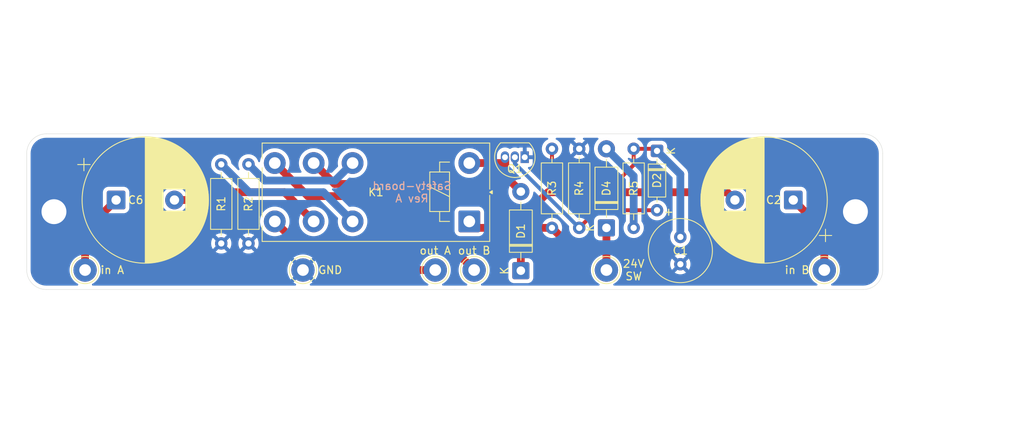
<source format=kicad_pcb>
(kicad_pcb (version 20241229) (generator "pcbnew") (generator_version "9.0")
  (layers (0 "F.Cu" signal) (2 "B.Cu" signal) (13 "F.Paste" user) (15 "B.Paste" user) (5 "F.SilkS" user "F.Silkscreen") (7 "B.SilkS" user "B.Silkscreen") (1 "F.Mask" user) (3 "B.Mask" user) (25 "Edge.Cuts" user))
  (net 0 "")
  (net 1 "GND")
  (net 2 "Net-(D2-K)")
  (net 3 "Net-(C2-Pad2)")
  (net 4 "Net-(J4-Pin_1)")
  (net 5 "Net-(J2-Pin_1)")
  (net 6 "Net-(C6-Pad2)")
  (net 7 "Net-(D1-A)")
  (net 8 "Net-(D1-K)")
  (net 9 "Net-(D4-A)")
  (net 10 "Net-(J8-Pin_1)")
  (net 11 "Net-(J9-Pin_1)")
  (net 12 "Net-(K1-Pad22)")
  (net 13 "Net-(K1-Pad12)")
  (net 14 "Net-(D2-A)")
  (footprint "MountingHole:MountingHole_3.2mm_M3_DIN965_Pad_TopBottom" (layer "F.Cu") (at 201.5 102.5)
    (property "Reference" "H1" (hide yes))
    (property "Value" "MountingHole_Pad")
    (pad "1" thru_hole circle (at 0 0) (size 3.6 3.6) (drill 3.2) (layers "*.Cu" "*.Mask") (net 1 "GND"))
    (pad "1" connect circle (at 0 0) (size 5.6 5.6) (layers "F.Cu" "F.Mask") (net 1 "GND"))
    (pad "1" connect circle (at 0 0) (size 5.6 5.6) (layers "B.Cu" "B.Mask") (net 1 "GND"))
  )
  (footprint "Package_TO_SOT_THT:TO-92_Inline" (layer "F.Cu") (at 159 95.5 180)
    (property "Reference" "Q1" (at 1.27 -1.5 0) (layer "F.SilkS"))
    (property "Value" "2N7000")
    (pad "1" thru_hole rect (at 0 0 180) (size 1.05 1.5) (drill 0.75) (layers "*.Cu" "*.Mask") (net 1 "GND"))
    (pad "2" thru_hole oval (at 1.27 0 180) (size 1.05 1.5) (drill 0.75) (layers "*.Cu" "*.Mask") (net 14 "Net-(D2-A)"))
    (pad "3" thru_hole oval (at 2.54 0 180) (size 1.05 1.5) (drill 0.75) (layers "*.Cu" "*.Mask") (net 7 "Net-(D1-A)"))
  )
  (footprint "TestPoint:TestPoint_THTPad_D3.0mm_Drill1.5mm" (layer "F.Cu") (at 130.5 110)
    (property "Reference" "J6" (hide yes))
    (property "Value" "GND")
    (pad "1" thru_hole circle (at 0 0) (size 3 3) (drill 1.5) (layers "*.Cu" "*.Mask") (net 1 "GND"))
  )
  (footprint "Capacitor_THT:C_Radial_D8.0mm_H11.5mm_P3.50mm" (layer "F.Cu") (at 179 105.75 -90)
    (property "Reference" "C1" (at 1.75 0 180) (layer "F.SilkS"))
    (property "Value" "33u")
    (pad "1" thru_hole circle (at 0 0 270) (size 1.6 1.6) (drill 0.8) (layers "*.Cu" "*.Mask") (net 2 "Net-(D2-K)"))
    (pad "2" thru_hole circle (at 3.5 0 270) (size 1.6 1.6) (drill 0.8) (layers "*.Cu" "*.Mask") (net 1 "GND"))
  )
  (footprint "Diode_THT:D_DO-41_SOD81_P10.16mm_Horizontal" (layer "F.Cu") (at 158.5 110.08 90)
    (property "Reference" "D1" (at 5.08 0 90) (layer "F.SilkS"))
    (property "Value" "1N4001")
    (fp_text user "K" (at 0 -2.1 90) (layer "F.SilkS"))
    (pad "1" thru_hole roundrect (at 0 0 90) (size 2.2 2.2) (drill 1.1) (layers "*.Cu" "*.Mask") (roundrect_rratio 0.113636) (net 8 "Net-(D1-K)"))
    (pad "2" thru_hole circle (at 10.16 0 90) (size 2.2 2.2) (drill 1.1) (layers "*.Cu" "*.Mask") (net 7 "Net-(D1-A)"))
  )
  (footprint "TestPoint:TestPoint_THTPad_D3.0mm_Drill1.5mm" (layer "F.Cu") (at 169.5 110)
    (property "Reference" "J1" (hide yes))
    (property "Value" "24V_switched")
    (pad "1" thru_hole circle (at 0 0) (size 3 3) (drill 1.5) (layers "*.Cu" "*.Mask") (net 8 "Net-(D1-K)"))
  )
  (footprint "Resistor_THT:R_Axial_DIN0207_L6.3mm_D2.5mm_P10.16mm_Horizontal" (layer "F.Cu") (at 123.5 96.42 -90)
    (property "Reference" "R2" (at 5.08 0 90) (layer "F.SilkS"))
    (property "Value" "33")
    (pad "1" thru_hole circle (at 0 0 270) (size 1.6 1.6) (drill 0.8) (layers "*.Cu" "*.Mask") (net 12 "Net-(K1-Pad22)"))
    (pad "2" thru_hole circle (at 10.16 0 270) (size 1.6 1.6) (drill 0.8) (layers "*.Cu" "*.Mask") (net 1 "GND"))
  )
  (footprint "MountingHole:MountingHole_3.2mm_M3_DIN965_Pad_TopBottom" (layer "F.Cu") (at 98.5 102.5)
    (property "Reference" "H2" (hide yes))
    (property "Value" "MountingHole_Pad")
    (pad "1" thru_hole circle (at 0 0) (size 3.6 3.6) (drill 3.2) (layers "*.Cu" "*.Mask") (net 1 "GND"))
    (pad "1" connect circle (at 0 0) (size 5.6 5.6) (layers "F.Cu" "F.Mask") (net 1 "GND"))
    (pad "1" connect circle (at 0 0) (size 5.6 5.6) (layers "B.Cu" "B.Mask") (net 1 "GND"))
  )
  (footprint "Resistor_THT:R_Axial_DIN0207_L6.3mm_D2.5mm_P10.16mm_Horizontal" (layer "F.Cu") (at 120 96.42 -90)
    (property "Reference" "R1" (at 5.08 0 90) (layer "F.SilkS"))
    (property "Value" "33")
    (pad "1" thru_hole circle (at 0 0 270) (size 1.6 1.6) (drill 0.8) (layers "*.Cu" "*.Mask") (net 13 "Net-(K1-Pad12)"))
    (pad "2" thru_hole circle (at 10.16 0 270) (size 1.6 1.6) (drill 0.8) (layers "*.Cu" "*.Mask") (net 1 "GND"))
  )
  (footprint "TestPoint:TestPoint_THTPad_D3.0mm_Drill1.5mm" (layer "F.Cu") (at 102.5 110)
    (property "Reference" "J2" (hide yes))
    (property "Value" "amp_A")
    (pad "1" thru_hole circle (at 0 0) (size 3 3) (drill 1.5) (layers "*.Cu" "*.Mask") (net 5 "Net-(J2-Pin_1)"))
  )
  (footprint "TestPoint:TestPoint_THTPad_D3.0mm_Drill1.5mm" (layer "F.Cu") (at 197.5 110)
    (property "Reference" "J4" (hide yes))
    (property "Value" "amp_B")
    (pad "1" thru_hole circle (at 0 0) (size 3 3) (drill 1.5) (layers "*.Cu" "*.Mask") (net 4 "Net-(J4-Pin_1)"))
  )
  (footprint "Resistor_THT:R_Axial_DIN0207_L6.3mm_D2.5mm_P10.16mm_Horizontal" (layer "F.Cu") (at 162.5 104.58 90)
    (property "Reference" "R3" (at 5.08 0 90) (layer "F.SilkS"))
    (property "Value" "100k")
    (pad "1" thru_hole circle (at 0 0 90) (size 1.6 1.6) (drill 0.8) (layers "*.Cu" "*.Mask") (net 8 "Net-(D1-K)"))
    (pad "2" thru_hole circle (at 10.16 0 90) (size 1.6 1.6) (drill 0.8) (layers "*.Cu" "*.Mask") (net 2 "Net-(D2-K)"))
  )
  (footprint "Diode_THT:D_DO-41_SOD81_P10.16mm_Horizontal" (layer "F.Cu") (at 169.5 104.58 90)
    (property "Reference" "D4" (at 5.08 0 90) (layer "F.SilkS"))
    (property "Value" "1N4001")
    (fp_text user "K" (at 0 -2.1 90) (layer "F.SilkS"))
    (pad "1" thru_hole roundrect (at 0 0 90) (size 2.2 2.2) (drill 1.1) (layers "*.Cu" "*.Mask") (roundrect_rratio 0.113636) (net 8 "Net-(D1-K)"))
    (pad "2" thru_hole circle (at 10.16 0 90) (size 2.2 2.2) (drill 1.1) (layers "*.Cu" "*.Mask") (net 9 "Net-(D4-A)"))
  )
  (footprint "Resistor_THT:R_Axial_DIN0207_L6.3mm_D2.5mm_P10.16mm_Horizontal" (layer "F.Cu") (at 166 94.42 -90)
    (property "Reference" "R4" (at 5.08 0 90) (layer "F.SilkS"))
    (property "Value" "1Meg")
    (pad "1" thru_hole circle (at 0 0 270) (size 1.6 1.6) (drill 0.8) (layers "*.Cu" "*.Mask") (net 1 "GND"))
    (pad "2" thru_hole circle (at 10.16 0 270) (size 1.6 1.6) (drill 0.8) (layers "*.Cu" "*.Mask") (net 14 "Net-(D2-A)"))
  )
  (footprint "Capacitor_THT:CP_Radial_D16.0mm_P7.50mm" (layer "F.Cu") (at 193.512755 101 180)
    (property "Reference" "C2" (at 2.512755 0 0) (layer "F.SilkS"))
    (property "Value" "3300u")
    (pad "1" thru_hole roundrect (at 0 0 180) (size 2.4 2.4) (drill 1.2) (layers "*.Cu" "*.Mask") (roundrect_rratio 0.104167) (net 4 "Net-(J4-Pin_1)"))
    (pad "2" thru_hole circle (at 7.5 0 180) (size 2.4 2.4) (drill 1.2) (layers "*.Cu" "*.Mask") (net 3 "Net-(C2-Pad2)"))
  )
  (footprint "Diode_THT:D_DO-35_SOD27_P7.62mm_Horizontal" (layer "F.Cu") (at 176 94.69 -90)
    (property "Reference" "D2" (at 3.81 0 90) (layer "F.SilkS"))
    (property "Value" "15V")
    (fp_text user "K" (at 0 -1.8 90) (layer "F.SilkS"))
    (pad "1" thru_hole roundrect (at 0 0 270) (size 1.6 1.6) (drill 0.8) (layers "*.Cu" "*.Mask") (roundrect_rratio 0.15625) (net 2 "Net-(D2-K)"))
    (pad "2" thru_hole circle (at 7.62 0 270) (size 1.6 1.6) (drill 0.8) (layers "*.Cu" "*.Mask") (net 14 "Net-(D2-A)"))
  )
  (footprint "Capacitor_THT:CP_Radial_D16.0mm_P7.50mm" (layer "F.Cu") (at 106.487246 101)
    (property "Reference" "C6" (at 2.512754 0 0) (layer "F.SilkS"))
    (property "Value" "3300u")
    (pad "1" thru_hole roundrect (at 0 0) (size 2.4 2.4) (drill 1.2) (layers "*.Cu" "*.Mask") (roundrect_rratio 0.104167) (net 5 "Net-(J2-Pin_1)"))
    (pad "2" thru_hole circle (at 7.5 0) (size 2.4 2.4) (drill 1.2) (layers "*.Cu" "*.Mask") (net 6 "Net-(C6-Pad2)"))
  )
  (footprint "Resistor_THT:R_Axial_DIN0207_L6.3mm_D2.5mm_P10.16mm_Horizontal" (layer "F.Cu") (at 173 104.58 90)
    (property "Reference" "R5" (at 5.08 0 90) (layer "F.SilkS"))
    (property "Value" "33")
    (pad "1" thru_hole circle (at 0 0 90) (size 1.6 1.6) (drill 0.8) (layers "*.Cu" "*.Mask") (net 9 "Net-(D4-A)"))
    (pad "2" thru_hole circle (at 10.16 0 90) (size 1.6 1.6) (drill 0.8) (layers "*.Cu" "*.Mask") (net 2 "Net-(D2-K)"))
  )
  (footprint "TestPoint:TestPoint_THTPad_D3.0mm_Drill1.5mm" (layer "F.Cu") (at 147.5 110)
    (property "Reference" "J9" (hide yes))
    (property "Value" "out_A")
    (pad "1" thru_hole circle (at 0 0) (size 3 3) (drill 1.5) (layers "*.Cu" "*.Mask") (net 11 "Net-(J9-Pin_1)"))
  )
  (footprint "TestPoint:TestPoint_THTPad_D3.0mm_Drill1.5mm" (layer "F.Cu") (at 152.5 110)
    (property "Reference" "J8" (hide yes))
    (property "Value" "out_B")
    (pad "1" thru_hole circle (at 0 0) (size 3 3) (drill 1.5) (layers "*.Cu" "*.Mask") (net 10 "Net-(J8-Pin_1)"))
  )
  (footprint "Relay_THT:Relay_DPDT_Finder_40.52" (layer "F.Cu") (at 151.877795 103.75 180)
    (property "Reference" "K1" (at 12 3.75 0) (layer "F.SilkS"))
    (property "Value" "FINDER-40.52")
    (pad "11" thru_hole circle (at 20 0 180) (size 2.8 2.8) (drill 1.5) (layers "*.Cu" "*.Mask") (net 6 "Net-(C6-Pad2)"))
    (pad "12" thru_hole circle (at 15 0 180) (size 2.8 2.8) (drill 1.5) (layers "*.Cu" "*.Mask") (net 13 "Net-(K1-Pad12)"))
    (pad "14" thru_hole circle (at 25 0 180) (size 2.8 2.8) (drill 1.5) (layers "*.Cu" "*.Mask") (net 11 "Net-(J9-Pin_1)"))
    (pad "21" thru_hole circle (at 20 7.5 180) (size 2.8 2.8) (drill 1.5) (layers "*.Cu" "*.Mask") (net 3 "Net-(C2-Pad2)"))
    (pad "22" thru_hole circle (at 15 7.5 180) (size 2.8 2.8) (drill 1.5) (layers "*.Cu" "*.Mask") (net 12 "Net-(K1-Pad22)"))
    (pad "24" thru_hole circle (at 25 7.5 180) (size 2.8 2.8) (drill 1.5) (layers "*.Cu" "*.Mask") (net 10 "Net-(J8-Pin_1)"))
    (pad "A1" thru_hole roundrect (at 0 0 180) (size 2.8 2.8) (drill 1.5) (layers "*.Cu" "*.Mask") (roundrect_rratio 0.08928571429) (net 8 "Net-(D1-K)"))
    (pad "A2" thru_hole circle (at 0 7.5 180) (size 2.8 2.8) (drill 1.5) (layers "*.Cu" "*.Mask") (net 7 "Net-(D1-A)"))
  )
  (gr_arc (start 95 95) (mid 95.732233 93.232233) (end 97.5 92.5) (stroke (width 0.05)) (layer "Edge.Cuts"))
  (gr_arc (start 205 110) (mid 204.267767 111.767767) (end 202.5 112.5) (stroke (width 0.05)) (layer "Edge.Cuts"))
  (gr_line (start 202.5 112.5) (end 150 112.5) (stroke (width 0.05)) (layer "Edge.Cuts"))
  (gr_line (start 150 92.5) (end 202.5 92.5) (stroke (width 0.05)) (layer "Edge.Cuts"))
  (gr_line (start 95 95) (end 95 110) (stroke (width 0.05)) (layer "Edge.Cuts"))
  (gr_arc (start 97.5 112.5) (mid 95.732233 111.767767) (end 95 110) (stroke (width 0.05)) (layer "Edge.Cuts"))
  (gr_line (start 205 95) (end 205 110) (stroke (width 0.05)) (layer "Edge.Cuts"))
  (gr_line (start 150 92.5) (end 97.5 92.5) (stroke (width 0.05)) (layer "Edge.Cuts"))
  (gr_line (start 150 112.5) (end 97.5 112.5) (stroke (width 0.05)) (layer "Edge.Cuts"))
  (gr_arc (start 202.5 92.5) (mid 204.267767 93.232233) (end 205 95) (stroke (width 0.05)) (layer "Edge.Cuts"))
  (gr_text "+" (at 177.5 102.5 0) (layer "F.SilkS") (effects (font (size 1 1))))
  (gr_text "out B\n" (at 152.5 107.5 0) (layer "F.SilkS") (effects (font (size 1 1))))
  (gr_text "out A" (at 147.5 107.5 0) (layer "F.SilkS") (effects (font (size 1 1))))
  (gr_text "in A" (at 106 110 0) (layer "F.SilkS") (effects (font (size 1 1))))
  (gr_text "GND" (at 134 110 0) (layer "F.SilkS") (effects (font (size 1 1))))
  (gr_text "in B" (at 194 110 0) (layer "F.SilkS") (effects (font (size 1 1))))
  (gr_text "24V\nSW" (at 173 110 0) (layer "F.SilkS") (effects (font (size 1 1))))
  (gr_text "Safety-board\nRev A" (at 144.5 100 0) (layer "B.SilkS") (effects (font (size 1 1)) (justify mirror)))
  (segment (start 175.73 94.42) (end 176 94.69) (width 0.5) (layer "F.Cu") (net 2))
  (segment (start 173 96.5) (end 171.5 98) (width 0.5) (layer "F.Cu") (net 2))
  (segment (start 173 94.42) (end 173 96.5) (width 0.5) (layer "F.Cu") (net 2))
  (segment (start 173 94.42) (end 175.73 94.42) (width 0.5) (layer "F.Cu") (net 2))
  (segment (start 164 98) (end 162.5 96.5) (width 0.5) (layer "F.Cu") (net 2))
  (segment (start 162.5 96.5) (end 162.5 94.42) (width 0.5) (layer "F.Cu") (net 2))
  (segment (start 171.5 98) (end 164 98) (width 0.5) (layer "F.Cu") (net 2))
  (segment (start 179 105.75) (end 179 97.69) (width 1) (layer "B.Cu") (net 2))
  (segment (start 179 97.69) (end 176 94.69) (width 1) (layer "B.Cu") (net 2))
  (segment (start 162 100) (end 185.012755 100) (width 1) (layer "F.Cu") (net 3))
  (segment (start 134.563898 98.936102) (end 138.936102 98.936102) (width 1) (layer "F.Cu") (net 3))
  (segment (start 154.875 100) (end 157.375 102.5) (width 1) (layer "F.Cu") (net 3))
  (segment (start 131.877795 96.25) (end 134.563898 98.936102) (width 1) (layer "F.Cu") (net 3))
  (segment (start 159.5 102.5) (end 162 100) (width 1) (layer "F.Cu") (net 3))
  (segment (start 140 100) (end 154.875 100) (width 1) (layer "F.Cu") (net 3))
  (segment (start 138.936102 98.936102) (end 140 100) (width 1) (layer "F.Cu") (net 3))
  (segment (start 157.375 102.5) (end 159.5 102.5) (width 1) (layer "F.Cu") (net 3))
  (segment (start 185.012755 100) (end 186.012755 101) (width 1) (layer "F.Cu") (net 3))
  (segment (start 197.5 104.987245) (end 193.512755 101) (width 1) (layer "F.Cu") (net 4))
  (segment (start 197.5 110) (end 197.5 104.987245) (width 1) (layer "F.Cu") (net 4))
  (segment (start 102.5 104.987246) (end 106.487246 101) (width 1) (layer "F.Cu") (net 5))
  (segment (start 102.5 110) (end 102.5 104.987246) (width 1) (layer "F.Cu") (net 5))
  (segment (start 128.127795 100) (end 131.877795 103.75) (width 1) (layer "F.Cu") (net 6))
  (segment (start 119 101) (end 120 100) (width 1) (layer "F.Cu") (net 6))
  (segment (start 120 100) (end 128.127795 100) (width 1) (layer "F.Cu") (net 6))
  (segment (start 113.987246 101) (end 119 101) (width 1) (layer "F.Cu") (net 6))
  (segment (start 158.5 99.92) (end 156.5 97.92) (width 1) (layer "F.Cu") (net 7))
  (segment (start 156.5 95.54) (end 156.46 95.5) (width 1) (layer "F.Cu") (net 7))
  (segment (start 156.5 97.92) (end 156.5 96.5) (width 1) (layer "F.Cu") (net 7))
  (segment (start 156.5 96.5) (end 156.5 95.54) (width 1) (layer "F.Cu") (net 7))
  (segment (start 156.25 96.25) (end 156.5 96.5) (width 1) (layer "F.Cu") (net 7))
  (segment (start 151.877795 96.25) (end 156.25 96.25) (width 1) (layer "F.Cu") (net 7))
  (segment (start 158.5 104.58) (end 156.5 104.58) (width 1) (layer "F.Cu") (net 8))
  (segment (start 162.5 104.58) (end 156.5 104.58) (width 1) (layer "F.Cu") (net 8))
  (segment (start 156.5 104.58) (end 152.707795 104.58) (width 1) (layer "F.Cu") (net 8))
  (segment (start 158.5 110.08) (end 158.5 104.58) (width 1) (layer "F.Cu") (net 8))
  (segment (start 162.5 104.58) (end 164.92 107) (width 1) (layer "F.Cu") (net 8))
  (segment (start 169.5 110) (end 169.5 107) (width 1) (layer "F.Cu") (net 8))
  (segment (start 152.707795 104.58) (end 151.877795 103.75) (width 1) (layer "F.Cu") (net 8))
  (segment (start 164.92 107) (end 169.5 107) (width 1) (layer "F.Cu") (net 8))
  (segment (start 169.5 107) (end 169.5 104.58) (width 1) (layer "F.Cu") (net 8))
  (segment (start 173 97.92) (end 169.5 94.42) (width 1) (layer "B.Cu") (net 9))
  (segment (start 173 104.58) (end 173 97.92) (width 1) (layer "B.Cu") (net 9))
  (segment (start 131.127795 100.5) (end 138.5 100.5) (width 1) (layer "F.Cu") (net 10))
  (segment (start 138.5 100.5) (end 144.5 106.5) (width 1) (layer "F.Cu") (net 10))
  (segment (start 144.5 106.5) (end 149 106.5) (width 1) (layer "F.Cu") (net 10))
  (segment (start 149 106.5) (end 152.5 110) (width 1) (layer "F.Cu") (net 10))
  (segment (start 126.877795 96.25) (end 131.127795 100.5) (width 1) (layer "F.Cu") (net 10))
  (segment (start 129.627795 106.5) (end 141.5 106.5) (width 1) (layer "F.Cu") (net 11))
  (segment (start 145 110) (end 147.5 110) (width 1) (layer "F.Cu") (net 11))
  (segment (start 141.5 106.5) (end 145 110) (width 1) (layer "F.Cu") (net 11))
  (segment (start 126.877795 103.75) (end 129.627795 106.5) (width 1) (layer "F.Cu") (net 11))
  (segment (start 134.627795 98.5) (end 136.877795 96.25) (width 1) (layer "B.Cu") (net 12))
  (segment (start 123.5 96.42) (end 125.58 98.5) (width 1) (layer "B.Cu") (net 12))
  (segment (start 125.58 98.5) (end 134.627795 98.5) (width 1) (layer "B.Cu") (net 12))
  (segment (start 123.58 100) (end 133.127795 100) (width 1) (layer "B.Cu") (net 13))
  (segment (start 133.127795 100) (end 136.877795 103.75) (width 1) (layer "B.Cu") (net 13))
  (segment (start 120 96.42) (end 123.58 100) (width 1) (layer "B.Cu") (net 13))
  (segment (start 176 102.31) (end 168.27 102.31) (width 0.5) (layer "F.Cu") (net 14))
  (segment (start 168.27 102.31) (end 166 104.58) (width 0.5) (layer "F.Cu") (net 14))
  (segment (start 157.73 96.31) (end 166 104.58) (width 0.5) (layer "B.Cu") (net 14))
  (segment (start 157.73 95.5) (end 157.73 96.31) (width 0.5) (layer "B.Cu") (net 14))
  (zone (net 1) (net_name "GND") (layer "B.Cu") (connect_pads (clearance 0.5)) (min_thickness 0.25) (fill yes (thermal_gap 0.5) (thermal_bridge_width 0.5))
    (polygon (pts (xy 94.5 92) (xy 205.5 92) (xy 205.5 113) (xy 94.5 113)))
  )
)
</source>
